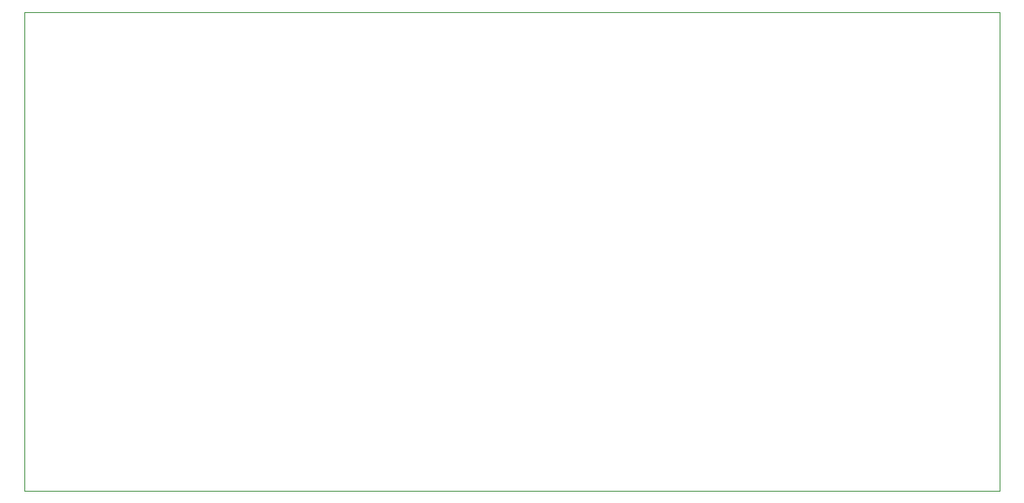
<source format=gko>
G75*
%MOIN*%
%OFA0B0*%
%FSLAX25Y25*%
%IPPOS*%
%LPD*%
%AMOC8*
5,1,8,0,0,1.08239X$1,22.5*
%
%ADD10C,0.00000*%
D10*
X0007708Y0005000D02*
X0007708Y0201850D01*
X0407708Y0201850D01*
X0407708Y0005000D01*
X0007708Y0005000D01*
M02*

</source>
